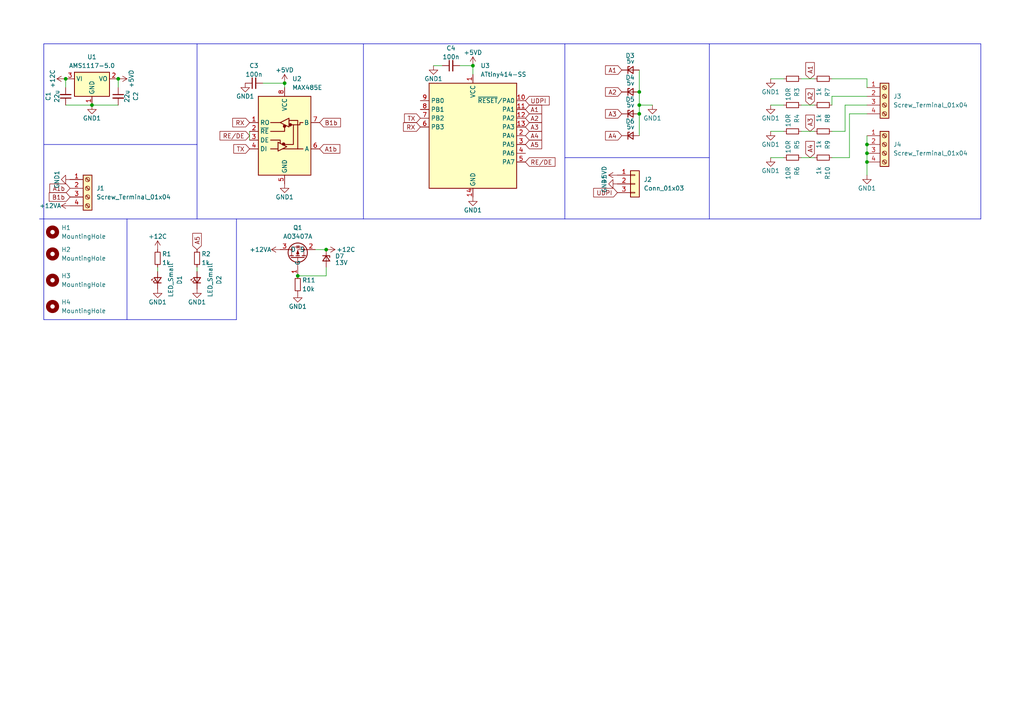
<source format=kicad_sch>
(kicad_sch (version 20230121) (generator eeschema)
  (paper "A4")
  (lib_symbols
    (symbol "AmojeSymbole:AO3407A"
      (property "Reference" "Q" (at 0 0 0))
      (property "Value" "AO3407A" (at 2.54 -1.905 0))
      (symbol "AO3407A_0_1"
        (circle (center -4.699 -4.445) (radius 2.794) (stroke (width 0.254)))
        (circle (center -3.81 -6.223) (radius 0.254) (fill (type outline)))
        (circle (center -3.81 -2.667) (radius 0.254) (fill (type outline)))
        (polyline (pts (xy -6.096 -4.445) (xy -8.89 -4.445)))
        (polyline (pts (xy -6.096 -2.54) (xy -6.096 -6.35)) (stroke (width 0.254)))
        (polyline (pts (xy -5.588 -5.715) (xy -5.588 -6.731)) (stroke (width 0.254)))
        (polyline (pts (xy -5.588 -3.937) (xy -5.588 -4.953)) (stroke (width 0.254)))
        (polyline (pts (xy -5.588 -2.159) (xy -5.588 -3.175)) (stroke (width 0.254)))
        (polyline (pts (xy -3.81 -1.905) (xy -3.81 -2.667)))
        (polyline (pts (xy -3.81 -6.985) (xy -3.81 -4.445) (xy -5.588 -4.445)))
        (polyline (pts (xy -5.588 -2.667) (xy -3.048 -2.667) (xy -3.048 -6.223) (xy -5.588 -6.223)))
        (polyline (pts (xy -4.064 -4.445) (xy -5.08 -4.064) (xy -5.08 -4.826) (xy -4.064 -4.445)) (fill (type outline)))
        (polyline (pts (xy -3.556 -4.953) (xy -3.429 -4.826) (xy -2.667 -4.826) (xy -2.54 -4.699)))
        (polyline (pts (xy -3.048 -4.826) (xy -3.429 -4.191) (xy -2.667 -4.191) (xy -3.048 -4.826)))
      )
      (symbol "AO3407A_1_1"
        (pin input line (at -11.43 -4.445 0) (length 2.54) (name "G") (number "1"))
        (pin passive line (at -3.81 -9.525 90) (length 2.54) (name "S") (number "2"))
        (pin passive line (at -3.81 0.635 270) (length 2.54) (name "D") (number "3"))
      )
    )
    (symbol "Connector:Screw_Terminal_01x04" (pin_names (offset 1.016) hide)
      (property "Reference" "J" (at 0 5.08 0))
      (property "Value" "Screw_Terminal_01x04" (at 0 -7.62 0))
      (symbol "Screw_Terminal_01x04_1_1"
        (rectangle (start -1.27 3.81) (end 1.27 -6.35) (stroke (width 0.254)) (fill (type background)))
        (circle (center 0 -5.08) (radius 0.635) (stroke (width 0.1524)))
        (circle (center 0 -2.54) (radius 0.635) (stroke (width 0.1524)))
        (polyline (pts (xy -0.5334 -4.7498) (xy 0.3302 -5.588)) (stroke (width 0.1524)))
        (polyline (pts (xy -0.5334 -2.2098) (xy 0.3302 -3.048)) (stroke (width 0.1524)))
        (polyline (pts (xy -0.5334 0.3302) (xy 0.3302 -0.508)) (stroke (width 0.1524)))
        (polyline (pts (xy -0.5334 2.8702) (xy 0.3302 2.032)) (stroke (width 0.1524)))
        (polyline (pts (xy -0.3556 -4.572) (xy 0.508 -5.4102)) (stroke (width 0.1524)))
        (polyline (pts (xy -0.3556 -2.032) (xy 0.508 -2.8702)) (stroke (width 0.1524)))
        (polyline (pts (xy -0.3556 0.508) (xy 0.508 -0.3302)) (stroke (width 0.1524)))
        (polyline (pts (xy -0.3556 3.048) (xy 0.508 2.2098)) (stroke (width 0.1524)))
        (circle (center 0 0) (radius 0.635) (stroke (width 0.1524)))
        (circle (center 0 2.54) (radius 0.635) (stroke (width 0.1524)))
        (pin passive line (at -5.08 2.54 0) (length 3.81) (name "Pin_1") (number "1"))
        (pin passive line (at -5.08 0 0) (length 3.81) (name "Pin_2") (number "2"))
        (pin passive line (at -5.08 -2.54 0) (length 3.81) (name "Pin_3") (number "3"))
        (pin passive line (at -5.08 -5.08 0) (length 3.81) (name "Pin_4") (number "4"))
      )
    )
    (symbol "Connector_Generic:Conn_01x03" (pin_names (offset 1.016) hide)
      (property "Reference" "J" (at 0 5.08 0))
      (property "Value" "Conn_01x03" (at 0 -5.08 0))
      (symbol "Conn_01x03_1_1"
        (rectangle (start -1.27 -2.413) (end 0 -2.667) (stroke (width 0.1524)))
        (rectangle (start -1.27 0.127) (end 0 -0.127) (stroke (width 0.1524)))
        (rectangle (start -1.27 2.667) (end 0 2.413) (stroke (width 0.1524)))
        (rectangle (start -1.27 3.81) (end 1.27 -3.81) (stroke (width 0.254)) (fill (type background)))
        (pin passive line (at -5.08 2.54 0) (length 3.81) (name "Pin_1") (number "1"))
        (pin passive line (at -5.08 0 0) (length 3.81) (name "Pin_2") (number "2"))
        (pin passive line (at -5.08 -2.54 0) (length 3.81) (name "Pin_3") (number "3"))
      )
    )
    (symbol "Device:C_Small" (pin_numbers hide) (pin_names (offset 0.254) hide)
      (property "Reference" "C" (at 0.254 1.778 0))
      (property "Value" "C_Small" (at 0.254 -2.032 0))
      (symbol "C_Small_0_1"
        (polyline (pts (xy -1.524 -0.508) (xy 1.524 -0.508)) (stroke (width 0.3302)))
        (polyline (pts (xy -1.524 0.508) (xy 1.524 0.508)) (stroke (width 0.3048)))
      )
      (symbol "C_Small_1_1"
        (pin passive line (at 0 2.54 270) (length 2.032) (name "~") (number "1"))
        (pin passive line (at 0 -2.54 90) (length 2.032) (name "~") (number "2"))
      )
    )
    (symbol "Device:D_Zener_Small" (pin_numbers hide) (pin_names (offset 0.254) hide)
      (property "Reference" "D" (at 0 2.286 0))
      (property "Value" "D_Zener_Small" (at 0 -2.286 0))
      (symbol "D_Zener_Small_0_1"
        (polyline (pts (xy 0.762 0) (xy -0.762 0)))
        (polyline (pts (xy -0.254 1.016) (xy -0.762 1.016) (xy -0.762 -1.016)) (stroke (width 0.254)))
        (polyline (pts (xy 0.762 1.016) (xy -0.762 0) (xy 0.762 -1.016) (xy 0.762 1.016)) (stroke (width 0.254)))
      )
      (symbol "D_Zener_Small_1_1"
        (pin passive line (at -2.54 0 0) (length 1.778) (name "K") (number "1"))
        (pin passive line (at 2.54 0 180) (length 1.778) (name "A") (number "2"))
      )
    )
    (symbol "Device:LED_Small" (pin_numbers hide) (pin_names (offset 0.254) hide)
      (property "Reference" "D" (at -1.27 3.175 0))
      (property "Value" "LED_Small" (at -4.445 -2.54 0))
      (symbol "LED_Small_0_1"
        (polyline (pts (xy -0.762 -1.016) (xy -0.762 1.016)) (stroke (width 0.254)))
        (polyline (pts (xy 1.016 0) (xy -0.762 0)))
        (polyline (pts (xy 0.762 -1.016) (xy -0.762 0) (xy 0.762 1.016) (xy 0.762 -1.016)) (stroke (width 0.254)))
        (polyline (pts (xy 0 0.762) (xy -0.508 1.27) (xy -0.254 1.27) (xy -0.508 1.27) (xy -0.508 1.016)))
        (polyline (pts (xy 0.508 1.27) (xy 0 1.778) (xy 0.254 1.778) (xy 0 1.778) (xy 0 1.524)))
      )
      (symbol "LED_Small_1_1"
        (pin passive line (at -2.54 0 0) (length 1.778) (name "K") (number "1"))
        (pin passive line (at 2.54 0 180) (length 1.778) (name "A") (number "2"))
      )
    )
    (symbol "Device:R_Small" (pin_numbers hide) (pin_names (offset 0.254) hide)
      (property "Reference" "R" (at 0.762 0.508 0))
      (property "Value" "R_Small" (at 0.762 -1.016 0))
      (symbol "R_Small_0_1"
        (rectangle (start -0.762 1.778) (end 0.762 -1.778) (stroke (width 0.2032)))
      )
      (symbol "R_Small_1_1"
        (pin passive line (at 0 2.54 270) (length 0.762) (name "~") (number "1"))
        (pin passive line (at 0 -2.54 90) (length 0.762) (name "~") (number "2"))
      )
    )
    (symbol "Interface_UART:MAX485E"
      (property "Reference" "U" (at -6.096 11.43 0))
      (property "Value" "MAX485E" (at 0.762 11.43 0))
      (symbol "MAX485E_0_1"
        (rectangle (start -7.62 10.16) (end 7.62 -12.7) (stroke (width 0.254)) (fill (type background)))
        (circle (center -0.3048 -3.683) (radius 0.3556) (stroke (width 0.254)) (fill (type outline)))
        (circle (center -0.0254 1.4986) (radius 0.3556) (stroke (width 0.254)) (fill (type outline)))
        (polyline (pts (xy -4.064 -5.08) (xy -1.905 -5.08)) (stroke (width 0.254)))
        (polyline (pts (xy -4.064 2.54) (xy -1.27 2.54)) (stroke (width 0.254)))
        (polyline (pts (xy -1.27 -3.2004) (xy -1.27 -3.4544)) (stroke (width 0.254)))
        (polyline (pts (xy -0.635 -5.08) (xy 5.334 -5.08)) (stroke (width 0.254)))
        (polyline (pts (xy -4.064 -2.54) (xy -1.27 -2.54) (xy -1.27 -3.175)) (stroke (width 0.254)))
        (polyline (pts (xy 0 1.27) (xy 0 0) (xy -4.064 0)) (stroke (width 0.254)))
        (polyline (pts (xy 1.27 3.175) (xy 3.81 3.175) (xy 3.81 -5.08)) (stroke (width 0.254)))
        (polyline (pts (xy 2.54 1.905) (xy 2.54 -3.81) (xy 0 -3.81)) (stroke (width 0.254)))
        (polyline (pts (xy -1.905 -3.175) (xy -1.905 -5.715) (xy 0.635 -4.445) (xy -1.905 -3.175)) (stroke (width 0.254)))
        (polyline (pts (xy -1.27 2.54) (xy 1.27 3.81) (xy 1.27 1.27) (xy -1.27 2.54)) (stroke (width 0.254)))
        (polyline (pts (xy 1.905 1.905) (xy 4.445 1.905) (xy 4.445 2.54) (xy 5.334 2.54)) (stroke (width 0.254)))
        (rectangle (start 1.27 3.175) (end 1.27 3.175))
        (circle (center 1.651 1.905) (radius 0.3556) (stroke (width 0.254)) (fill (type outline)))
      )
      (symbol "MAX485E_1_1"
        (pin output line (at -10.16 2.54 0) (length 2.54) (name "RO") (number "1"))
        (pin input line (at -10.16 0 0) (length 2.54) (name "~{RE}") (number "2"))
        (pin input line (at -10.16 -2.54 0) (length 2.54) (name "DE") (number "3"))
        (pin input line (at -10.16 -5.08 0) (length 2.54) (name "DI") (number "4"))
        (pin power_in line (at 0 -15.24 90) (length 2.54) (name "GND") (number "5"))
        (pin bidirectional line (at 10.16 -5.08 180) (length 2.54) (name "A") (number "6"))
        (pin bidirectional line (at 10.16 2.54 180) (length 2.54) (name "B") (number "7"))
        (pin power_in line (at 0 12.7 270) (length 2.54) (name "VCC") (number "8"))
      )
    )
    (symbol "MCU_Microchip_ATtiny:ATtiny414-SS"
      (property "Reference" "U" (at -12.7 16.51 0))
      (property "Value" "ATtiny414-SS" (at 2.54 -16.51 0))
      (symbol "ATtiny414-SS_0_1"
        (rectangle (start -12.7 -15.24) (end 12.7 15.24) (stroke (width 0.254)) (fill (type background)))
      )
      (symbol "ATtiny414-SS_1_1"
        (pin power_in line (at 0 17.78 270) (length 2.54) (name "VCC") (number "1"))
        (pin bidirectional line (at 15.24 10.16 180) (length 2.54) (name "~{RESET}/PA0") (number "10"))
        (pin bidirectional line (at 15.24 7.62 180) (length 2.54) (name "PA1") (number "11"))
        (pin bidirectional line (at 15.24 5.08 180) (length 2.54) (name "PA2") (number "12"))
        (pin bidirectional line (at 15.24 2.54 180) (length 2.54) (name "PA3") (number "13"))
        (pin power_in line (at 0 -17.78 90) (length 2.54) (name "GND") (number "14"))
        (pin bidirectional line (at 15.24 0 180) (length 2.54) (name "PA4") (number "2"))
        (pin bidirectional line (at 15.24 -2.54 180) (length 2.54) (name "PA5") (number "3"))
        (pin bidirectional line (at 15.24 -5.08 180) (length 2.54) (name "PA6") (number "4"))
        (pin bidirectional line (at 15.24 -7.62 180) (length 2.54) (name "PA7") (number "5"))
        (pin bidirectional line (at -15.24 2.54 0) (length 2.54) (name "PB3") (number "6"))
        (pin bidirectional line (at -15.24 5.08 0) (length 2.54) (name "PB2") (number "7"))
        (pin bidirectional line (at -15.24 7.62 0) (length 2.54) (name "PB1") (number "8"))
        (pin bidirectional line (at -15.24 10.16 0) (length 2.54) (name "PB0") (number "9"))
      )
    )
    (symbol "Mechanical:MountingHole" (pin_names (offset 1.016))
      (property "Reference" "H" (at 0 5.08 0))
      (property "Value" "MountingHole" (at 0 3.175 0))
      (symbol "MountingHole_0_1"
        (circle (center 0 0) (radius 1.27) (stroke (width 1.27)))
      )
    )
    (symbol "Regulator_Linear:AMS1117-5.0"
      (property "Reference" "U" (at -3.81 3.175 0))
      (property "Value" "AMS1117-5.0" (at 0 3.175 0))
      (symbol "AMS1117-5.0_0_1"
        (rectangle (start -5.08 -5.08) (end 5.08 1.905) (stroke (width 0.254)) (fill (type background)))
      )
      (symbol "AMS1117-5.0_1_1"
        (pin power_in line (at 0 -7.62 90) (length 2.54) (name "GND") (number "1"))
        (pin power_out line (at 7.62 0 180) (length 2.54) (name "VO") (number "2"))
        (pin power_in line (at -7.62 0 0) (length 2.54) (name "VI") (number "3"))
      )
    )
    (symbol "power:+12C" (power) (pin_names (offset 0))
      (property "Value" "+12C" (at 0 3.81 0))
      (symbol "+12C_0_1"
        (polyline (pts (xy -0.762 1.27) (xy 0 2.54)))
        (polyline (pts (xy 0 0) (xy 0 2.54)))
        (polyline (pts (xy 0 2.54) (xy 0.762 1.27)))
      )
      (symbol "+12C_1_1"
        (pin power_in line (at 0 0 90) (length 0) hide (name "+12C") (number "1"))
      )
    )
    (symbol "power:+12VA" (power) (pin_names (offset 0))
      (property "Value" "+12VA" (at 0 3.556 0))
      (symbol "+12VA_0_1"
        (polyline (pts (xy -0.762 1.27) (xy 0 2.54)))
        (polyline (pts (xy 0 0) (xy 0 2.54)))
        (polyline (pts (xy 0 2.54) (xy 0.762 1.27)))
      )
      (symbol "+12VA_1_1"
        (pin power_in line (at 0 0 90) (length 0) hide (name "+12VA") (number "1"))
      )
    )
    (symbol "power:+5VD" (power) (pin_names (offset 0))
      (property "Value" "+5VD" (at 0 3.556 0))
      (symbol "+5VD_0_1"
        (polyline (pts (xy -0.762 1.27) (xy 0 2.54)))
        (polyline (pts (xy 0 0) (xy 0 2.54)))
        (polyline (pts (xy 0 2.54) (xy 0.762 1.27)))
      )
      (symbol "+5VD_1_1"
        (pin power_in line (at 0 0 90) (length 0) hide (name "+5VD") (number "1"))
      )
    )
    (symbol "power:GND1" (power) (pin_names (offset 0))
      (property "Value" "GND1" (at 0 -3.81 0))
      (symbol "GND1_0_1"
        (polyline (pts (xy 0 0) (xy 0 -1.27) (xy 1.27 -1.27) (xy 0 -2.54) (xy -1.27 -1.27) (xy 0 -1.27)))
      )
      (symbol "GND1_1_1"
        (pin power_in line (at 0 0 270) (length 0) hide (name "GND1") (number "1"))
      )
    )
  )
  (junction (at 251.46 46.99))
  (junction (at 26.67 30.48))
  (junction (at 34.29 22.86))
  (junction (at 251.46 41.91))
  (junction (at 86.36 80.01))
  (junction (at 185.42 26.67))
  (junction (at 137.16 19.05))
  (junction (at 19.05 22.86))
  (junction (at 185.42 30.48))
  (junction (at 251.46 44.45))
  (junction (at 82.55 24.13))
  (junction (at 94.615 72.39))
  (junction (at 185.42 33.02))
  (wire (pts (xy 223.52 38.1) (xy 227.33 38.1)))
  (polyline (pts (xy 12.7 41.91) (xy 57.15 41.91)))
  (polyline (pts (xy 205.74 12.7) (xy 284.48 12.7)))
  (wire (pts (xy 251.46 22.86) (xy 251.46 25.4)))
  (wire (pts (xy 34.29 22.86) (xy 34.29 25.4)))
  (polyline (pts (xy 105.41 12.7) (xy 163.83 12.7)))
  (wire (pts (xy 241.3 22.86) (xy 251.46 22.86)))
  (wire (pts (xy 185.42 33.02) (xy 185.42 39.37)))
  (polyline (pts (xy 12.7 92.71) (xy 12.7 63.5)))
  (wire (pts (xy 241.3 45.72) (xy 246.38 45.72)))
  (polyline (pts (xy 68.58 63.5) (xy 68.58 92.71)))
  (polyline (pts (xy 205.74 12.7) (xy 205.74 63.5)))
  (wire (pts (xy 72.39 38.1) (xy 72.39 40.64)))
  (wire (pts (xy 245.11 38.1) (xy 245.11 30.48)))
  (wire (pts (xy 245.11 30.48) (xy 251.46 30.48)))
  (polyline (pts (xy 105.41 12.7) (xy 105.41 63.5)))
  (wire (pts (xy 251.46 41.91) (xy 251.46 44.45)))
  (wire (pts (xy 45.72 77.47) (xy 45.72 78.74)))
  (wire (pts (xy 137.16 19.05) (xy 137.16 21.59)))
  (wire (pts (xy 241.3 38.1) (xy 245.11 38.1)))
  (wire (pts (xy 185.42 30.48) (xy 185.42 33.02)))
  (wire (pts (xy 185.42 30.48) (xy 189.23 30.48)))
  (polyline (pts (xy 12.7 12.7) (xy 12.7 63.5)))
  (wire (pts (xy 76.2 24.13) (xy 82.55 24.13)))
  (polyline (pts (xy 11.43 63.5) (xy 284.48 63.5)))
  (wire (pts (xy 91.44 72.39) (xy 94.615 72.39)))
  (wire (pts (xy 232.41 30.48) (xy 236.22 30.48)))
  (wire (pts (xy 57.15 77.47) (xy 57.15 78.74)))
  (polyline (pts (xy 57.15 63.5) (xy 57.15 12.7)))
  (wire (pts (xy 128.27 19.05) (xy 125.73 19.05)))
  (wire (pts (xy 185.42 26.67) (xy 185.42 30.48)))
  (polyline (pts (xy 284.48 12.7) (xy 284.48 63.5)))
  (wire (pts (xy 223.52 22.86) (xy 227.33 22.86)))
  (wire (pts (xy 19.05 30.48) (xy 26.67 30.48)))
  (wire (pts (xy 19.05 22.86) (xy 19.05 25.4)))
  (wire (pts (xy 241.3 27.94) (xy 251.46 27.94)))
  (wire (pts (xy 246.38 45.72) (xy 246.38 33.02)))
  (wire (pts (xy 241.3 30.48) (xy 241.3 27.94)))
  (polyline (pts (xy 163.83 45.72) (xy 205.74 45.72)))
  (polyline (pts (xy 57.15 12.7) (xy 12.7 12.7)))
  (polyline (pts (xy 57.15 12.7) (xy 105.41 12.7)))
  (wire (pts (xy 94.615 77.47) (xy 94.615 80.01)))
  (wire (pts (xy 26.67 30.48) (xy 34.29 30.48)))
  (wire (pts (xy 223.52 30.48) (xy 227.33 30.48)))
  (wire (pts (xy 185.42 20.32) (xy 185.42 26.67)))
  (wire (pts (xy 232.41 38.1) (xy 236.22 38.1)))
  (wire (pts (xy 223.52 45.72) (xy 227.33 45.72)))
  (wire (pts (xy 82.55 24.13) (xy 82.55 25.4)))
  (polyline (pts (xy 163.83 12.7) (xy 205.74 12.7)))
  (polyline (pts (xy 36.83 63.5) (xy 36.83 92.71)))
  (polyline (pts (xy 68.58 92.71) (xy 12.7 92.71)))
  (wire (pts (xy 251.46 46.99) (xy 251.46 50.8)))
  (wire (pts (xy 251.46 44.45) (xy 251.46 46.99)))
  (wire (pts (xy 251.46 39.37) (xy 251.46 41.91)))
  (wire (pts (xy 133.35 19.05) (xy 137.16 19.05)))
  (wire (pts (xy 232.41 45.72) (xy 236.22 45.72)))
  (polyline (pts (xy 163.83 12.7) (xy 163.83 63.5)))
  (wire (pts (xy 232.41 22.86) (xy 236.22 22.86)))
  (wire (pts (xy 246.38 33.02) (xy 251.46 33.02)))
  (wire (pts (xy 86.36 80.01) (xy 94.615 80.01)))
  (global_label "RE{slash}DE" (shape input) (at 72.39 39.37 180) (property "Intersheetrefs" "${INTERSHEET_REFS}" (effects hide)))
  (global_label "A4" (shape input) (at 152.4 39.37 0) (property "Intersheetrefs" "${INTERSHEET_REFS}" (effects hide)))
  (global_label "TX" (shape input) (at 121.92 34.29 180) (property "Intersheetrefs" "${INTERSHEET_REFS}" (effects hide)))
  (global_label "A1" (shape input) (at 180.34 20.32 180) (property "Intersheetrefs" "${INTERSHEET_REFS}" (effects hide)))
  (global_label "TX" (shape input) (at 72.39 43.18 180) (property "Intersheetrefs" "${INTERSHEET_REFS}" (effects hide)))
  (global_label "RX" (shape input) (at 121.92 36.83 180) (property "Intersheetrefs" "${INTERSHEET_REFS}" (effects hide)))
  (global_label "UDPI" (shape input) (at 152.4 29.21 0) (property "Intersheetrefs" "${INTERSHEET_REFS}" (effects hide)))
  (global_label "A2" (shape input) (at 180.34 26.67 180) (property "Intersheetrefs" "${INTERSHEET_REFS}" (effects hide)))
  (global_label "A3" (shape input) (at 234.95 38.1 90) (property "Intersheetrefs" "${INTERSHEET_REFS}" (effects hide)))
  (global_label "A4" (shape input) (at 234.95 45.72 90) (property "Intersheetrefs" "${INTERSHEET_REFS}" (effects hide)))
  (global_label "A1b" (shape input) (at 92.71 43.18 0) (property "Intersheetrefs" "${INTERSHEET_REFS}" (effects hide)))
  (global_label "A1b" (shape input) (at 20.32 54.61 180) (property "Intersheetrefs" "${INTERSHEET_REFS}" (effects hide)))
  (global_label "B1b" (shape input) (at 92.71 35.56 0) (property "Intersheetrefs" "${INTERSHEET_REFS}" (effects hide)))
  (global_label "A5" (shape input) (at 152.4 41.91 0) (property "Intersheetrefs" "${INTERSHEET_REFS}" (effects hide)))
  (global_label "A2" (shape input) (at 152.4 34.29 0) (property "Intersheetrefs" "${INTERSHEET_REFS}" (effects hide)))
  (global_label "B1b" (shape input) (at 20.32 57.15 180) (property "Intersheetrefs" "${INTERSHEET_REFS}" (effects hide)))
  (global_label "A3" (shape input) (at 152.4 36.83 0) (property "Intersheetrefs" "${INTERSHEET_REFS}" (effects hide)))
  (global_label "RE{slash}DE" (shape input) (at 152.4 46.99 0) (property "Intersheetrefs" "${INTERSHEET_REFS}" (effects hide)))
  (global_label "RX" (shape input) (at 72.39 35.56 180) (property "Intersheetrefs" "${INTERSHEET_REFS}" (effects hide)))
  (global_label "A3" (shape input) (at 180.34 33.02 180) (property "Intersheetrefs" "${INTERSHEET_REFS}" (effects hide)))
  (global_label "A2" (shape input) (at 234.95 30.48 90) (property "Intersheetrefs" "${INTERSHEET_REFS}" (effects hide)))
  (global_label "A4" (shape input) (at 180.34 39.37 180) (property "Intersheetrefs" "${INTERSHEET_REFS}" (effects hide)))
  (global_label "UDPI" (shape input) (at 179.07 55.88 180) (property "Intersheetrefs" "${INTERSHEET_REFS}" (effects hide)))
  (global_label "A1" (shape input) (at 234.95 22.86 90) (property "Intersheetrefs" "${INTERSHEET_REFS}" (effects hide)))
  (global_label "A5" (shape input) (at 57.15 72.39 90) (property "Intersheetrefs" "${INTERSHEET_REFS}" (effects hide)))
  (global_label "A1" (shape input) (at 152.4 31.75 0) (property "Intersheetrefs" "${INTERSHEET_REFS}" (effects hide)))
  (symbol (lib_id "Device:R_Small") (at 238.76 45.72 270) (unit 1)
    (property "Reference" "R10" (at 240.03 48.26 0) (effects (justify left)))
    (property "Value" "1k" (at 237.49 48.26 0) (effects (justify left)))
    (property "Footprint" "Resistor_SMD:R_2512_6332Metric_Pad1.40x3.35mm_HandSolder" (effects hide))
  )
  (symbol (lib_id "Interface_UART:MAX485E") (at 82.55 38.1 0) (unit 1)
    (property "Reference" "U2" (at 84.7441 22.86 0) (effects (justify left)))
    (property "Value" "MAX485E" (at 84.7441 25.4 0) (effects (justify left)))
    (property "Footprint" "Package_SO:SO-8_3.9x4.9mm_P1.27mm" (effects hide))
    (property "Datasheet" "https://datasheets.maximintegrated.com/en/ds/MAX1487E-MAX491E.pdf" (effects hide))
  )
  (symbol (lib_id "power:+5VD") (at 137.16 19.05 0) (unit 1)
    (property "Reference" "#PWR013" (effects hide))
    (property "Value" "+5VD" (at 137.16 15.24 0))
  )
  (symbol (lib_id "power:GND1") (at 223.52 30.48 0) (unit 1)
    (property "Reference" "#PWR019" (effects hide))
    (property "Value" "GND1" (at 223.52 34.29 0))
  )
  (symbol (lib_id "Device:D_Zener_Small") (at 182.88 39.37 0) (unit 1)
    (property "Reference" "D6" (at 182.753 35.179 0))
    (property "Value" "5v" (at 182.88 36.83 0))
    (property "Footprint" "Diode_SMD:D_MiniMELF_Handsoldering" (effects hide))
  )
  (symbol (lib_id "Device:D_Zener_Small") (at 182.88 26.67 0) (unit 1)
    (property "Reference" "D4" (at 182.753 22.479 0))
    (property "Value" "5v" (at 182.88 24.13 0))
    (property "Footprint" "Diode_SMD:D_MiniMELF_Handsoldering" (effects hide))
  )
  (symbol (lib_id "power:+12C") (at 94.615 72.39 270) (unit 1)
    (property "Reference" "#PWR026" (effects hide))
    (property "Value" "+12C" (at 100.33 72.39 90))
  )
  (symbol (lib_id "Device:R_Small") (at 238.76 30.48 270) (unit 1)
    (property "Reference" "R8" (at 240.03 33.02 0) (effects (justify left)))
    (property "Value" "1k" (at 237.49 33.02 0) (effects (justify left)))
    (property "Footprint" "Resistor_SMD:R_2512_6332Metric_Pad1.40x3.35mm_HandSolder" (effects hide))
  )
  (symbol (lib_id "Device:R_Small") (at 238.76 22.86 270) (unit 1)
    (property "Reference" "R7" (at 240.03 25.4 0) (effects (justify left)))
    (property "Value" "1k" (at 237.49 25.4 0) (effects (justify left)))
    (property "Footprint" "Resistor_SMD:R_2512_6332Metric_Pad1.40x3.35mm_HandSolder" (effects hide))
  )
  (symbol (lib_id "power:GND1") (at 82.55 53.34 0) (unit 1)
    (property "Reference" "#PWR011" (effects hide))
    (property "Value" "GND1" (at 82.55 57.15 0))
  )
  (symbol (lib_id "power:+5VD") (at 179.07 50.8 90) (unit 1)
    (property "Reference" "#PWR015" (effects hide))
    (property "Value" "+5VD" (at 175.26 50.8 0))
  )
  (symbol (lib_id "Device:LED_Small") (at 57.15 81.28 90) (unit 1)
    (property "Reference" "D2" (at 63.5 81.2165 0))
    (property "Value" "LED_Small" (at 60.96 81.2165 0))
    (property "Footprint" "LED_SMD:LED_0805_2012Metric_Pad1.15x1.40mm_HandSolder" (effects hide))
  )
  (symbol (lib_id "Device:R_Small") (at 45.72 74.93 0) (unit 1)
    (property "Reference" "R1" (at 46.99 73.66 0) (effects (justify left)))
    (property "Value" "1k" (at 46.99 76.2 0) (effects (justify left)))
    (property "Footprint" "Resistor_SMD:R_0805_2012Metric_Pad1.20x1.40mm_HandSolder" (effects hide))
  )
  (symbol (lib_id "Connector:Screw_Terminal_01x04") (at 25.4 54.61 0) (unit 1)
    (property "Reference" "J1" (at 27.94 54.61 0) (effects (justify left)))
    (property "Value" "Screw_Terminal_01x04" (at 27.94 57.15 0) (effects (justify left)))
    (property "Footprint" "Connector_Phoenix_MC:PhoenixContact_MC_1,5_4-G-3.81_1x04_P3.81mm_Horizontal" (effects hide))
  )
  (symbol (lib_id "power:GND1") (at 223.52 22.86 0) (unit 1)
    (property "Reference" "#PWR018" (effects hide))
    (property "Value" "GND1" (at 223.52 26.67 0))
  )
  (symbol (lib_id "Device:R_Small") (at 86.36 82.55 0) (unit 1)
    (property "Reference" "R11" (at 87.63 81.28 0) (effects (justify left)))
    (property "Value" "10k" (at 87.63 83.82 0) (effects (justify left)))
    (property "Footprint" "Resistor_SMD:R_0805_2012Metric_Pad1.20x1.40mm_HandSolder" (effects hide))
  )
  (symbol (lib_id "Device:C_Small") (at 73.66 24.13 90) (unit 1)
    (property "Reference" "C3" (at 73.66 19.05 90))
    (property "Value" "100n" (at 73.66 21.59 90))
    (property "Footprint" "Capacitor_SMD:C_0805_2012Metric_Pad1.18x1.45mm_HandSolder" (effects hide))
  )
  (symbol (lib_id "Connector:Screw_Terminal_01x04") (at 256.54 27.94 0) (unit 1)
    (property "Reference" "J3" (at 259.08 27.94 0) (effects (justify left)))
    (property "Value" "Screw_Terminal_01x04" (at 259.08 30.48 0) (effects (justify left)))
    (property "Footprint" "TerminalBlock_RND:TerminalBlock_RND_205-00069_1x04_P7.50mm_Horizontal" (effects hide))
  )
  (symbol (lib_id "power:+5VD") (at 34.29 22.86 270) (unit 1)
    (property "Reference" "#PWR05" (effects hide))
    (property "Value" "+5VD" (at 38.1 22.86 0))
  )
  (symbol (lib_id "AmojeSymbole:AO3407A") (at 81.915 68.58 90) (unit 1)
    (property "Reference" "Q1" (at 86.36 66.04 90))
    (property "Value" "AO3407A" (at 86.36 68.58 90))
    (property "Footprint" "Package_TO_SOT_SMD:SOT-23-3" (effects hide))
  )
  (symbol (lib_id "power:GND1") (at 20.32 52.07 270) (unit 1)
    (property "Reference" "#PWR02" (effects hide))
    (property "Value" "GND1" (at 16.51 52.07 0))
  )
  (symbol (lib_id "Mechanical:MountingHole") (at 15.24 81.28 0) (unit 1)
    (property "Reference" "H3" (at 17.78 80.01 0) (effects (justify left)))
    (property "Value" "MountingHole" (at 17.78 82.55 0) (effects (justify left)))
    (property "Footprint" "MountingHole:MountingHole_3.2mm_M3_Pad_TopBottom" (effects hide))
  )
  (symbol (lib_id "Device:C_Small") (at 34.29 27.94 0) (unit 1)
    (property "Reference" "C2" (at 39.37 27.94 90))
    (property "Value" "22u" (at 36.83 27.94 90))
    (property "Footprint" "Capacitor_SMD:C_0805_2012Metric_Pad1.18x1.45mm_HandSolder" (effects hide))
  )
  (symbol (lib_id "Device:R_Small") (at 229.87 45.72 270) (unit 1)
    (property "Reference" "R6" (at 231.14 48.26 0) (effects (justify left)))
    (property "Value" "10R" (at 228.6 48.26 0) (effects (justify left)))
    (property "Footprint" "Resistor_SMD:R_2512_6332Metric_Pad1.40x3.35mm_HandSolder" (effects hide))
  )
  (symbol (lib_id "power:+12C") (at 19.05 22.86 90) (unit 1)
    (property "Reference" "#PWR01" (effects hide))
    (property "Value" "+12C" (at 15.24 22.86 0))
  )
  (symbol (lib_id "Mechanical:MountingHole") (at 15.24 67.31 0) (unit 1)
    (property "Reference" "H1" (at 17.78 66.04 0) (effects (justify left)))
    (property "Value" "MountingHole" (at 17.78 68.58 0) (effects (justify left)))
    (property "Footprint" "MountingHole:MountingHole_3.2mm_M3_Pad_TopBottom" (effects hide))
  )
  (symbol (lib_id "power:GND1") (at 57.15 83.82 0) (unit 1)
    (property "Reference" "#PWR08" (effects hide))
    (property "Value" "GND1" (at 57.15 87.63 0))
  )
  (symbol (lib_id "Device:R_Small") (at 229.87 30.48 270) (unit 1)
    (property "Reference" "R4" (at 231.14 33.02 0) (effects (justify left)))
    (property "Value" "10R" (at 228.6 33.02 0) (effects (justify left)))
    (property "Footprint" "Resistor_SMD:R_2512_6332Metric_Pad1.40x3.35mm_HandSolder" (effects hide))
  )
  (symbol (lib_id "Device:D_Zener_Small") (at 182.88 20.32 0) (unit 1)
    (property "Reference" "D3" (at 182.753 16.129 0))
    (property "Value" "5v" (at 182.88 17.78 0))
    (property "Footprint" "Diode_SMD:D_MiniMELF_Handsoldering" (effects hide))
  )
  (symbol (lib_id "Mechanical:MountingHole") (at 15.24 73.66 0) (unit 1)
    (property "Reference" "H2" (at 17.78 72.39 0) (effects (justify left)))
    (property "Value" "MountingHole" (at 17.78 74.93 0) (effects (justify left)))
    (property "Footprint" "MountingHole:MountingHole_3.2mm_M3_Pad_TopBottom" (effects hide))
  )
  (symbol (lib_id "power:GND1") (at 26.67 30.48 0) (unit 1)
    (property "Reference" "#PWR04" (effects hide))
    (property "Value" "GND1" (at 26.67 34.29 0))
  )
  (symbol (lib_id "power:GND1") (at 125.73 19.05 0) (unit 1)
    (property "Reference" "#PWR012" (effects hide))
    (property "Value" "GND1" (at 125.73 22.86 0))
  )
  (symbol (lib_id "power:GND1") (at 223.52 38.1 0) (unit 1)
    (property "Reference" "#PWR020" (effects hide))
    (property "Value" "GND1" (at 223.52 41.91 0))
  )
  (symbol (lib_id "power:GND1") (at 137.16 57.15 0) (unit 1)
    (property "Reference" "#PWR014" (effects hide))
    (property "Value" "GND1" (at 137.16 60.96 0))
  )
  (symbol (lib_id "power:GND1") (at 189.23 30.48 0) (unit 1)
    (property "Reference" "#PWR017" (effects hide))
    (property "Value" "GND1" (at 189.23 34.29 0))
  )
  (symbol (lib_id "Device:R_Small") (at 238.76 38.1 270) (unit 1)
    (property "Reference" "R9" (at 240.03 40.64 0) (effects (justify left)))
    (property "Value" "1k" (at 237.49 40.64 0) (effects (justify left)))
    (property "Footprint" "Resistor_SMD:R_2512_6332Metric_Pad1.40x3.35mm_HandSolder" (effects hide))
  )
  (symbol (lib_id "power:+12VA") (at 81.28 72.39 90) (unit 1)
    (property "Reference" "#PWR023" (effects hide))
    (property "Value" "+12VA" (at 78.74 72.39 90) (effects (justify left)))
  )
  (symbol (lib_id "power:+12VA") (at 20.32 59.69 90) (unit 1)
    (property "Reference" "#PWR03" (effects hide))
    (property "Value" "+12VA" (at 17.78 59.69 90) (effects (justify left)))
  )
  (symbol (lib_id "power:GND1") (at 223.52 45.72 0) (unit 1)
    (property "Reference" "#PWR021" (effects hide))
    (property "Value" "GND1" (at 223.52 49.53 0))
  )
  (symbol (lib_id "Mechanical:MountingHole") (at 15.24 88.9 0) (unit 1)
    (property "Reference" "H4" (at 17.78 87.63 0) (effects (justify left)))
    (property "Value" "MountingHole" (at 17.78 90.17 0) (effects (justify left)))
    (property "Footprint" "MountingHole:MountingHole_3.2mm_M3_Pad_TopBottom" (effects hide))
  )
  (symbol (lib_id "power:GND1") (at 71.12 24.13 0) (unit 1)
    (property "Reference" "#PWR09" (effects hide))
    (property "Value" "GND1" (at 71.12 27.94 0))
  )
  (symbol (lib_id "Device:D_Zener_Small") (at 94.615 74.93 270) (unit 1)
    (property "Reference" "D7" (at 97.155 74.295 90) (effects (justify left)))
    (property "Value" "13V" (at 97.155 76.2 90) (effects (justify left)))
    (property "Footprint" "Diode_SMD:D_SOD-323_HandSoldering" (effects hide))
  )
  (symbol (lib_id "power:GND1") (at 179.07 53.34 270) (unit 1)
    (property "Reference" "#PWR016" (effects hide))
    (property "Value" "GND1" (at 175.26 53.34 0))
  )
  (symbol (lib_id "power:GND1") (at 45.72 83.82 0) (unit 1)
    (property "Reference" "#PWR07" (effects hide))
    (property "Value" "GND1" (at 45.72 87.63 0))
  )
  (symbol (lib_id "Device:R_Small") (at 229.87 22.86 270) (unit 1)
    (property "Reference" "R3" (at 231.14 25.4 0) (effects (justify left)))
    (property "Value" "10R" (at 228.6 25.4 0) (effects (justify left)))
    (property "Footprint" "Resistor_SMD:R_2512_6332Metric_Pad1.40x3.35mm_HandSolder" (effects hide))
  )
  (symbol (lib_id "power:+12C") (at 45.72 72.39 0) (unit 1)
    (property "Reference" "#PWR06" (effects hide))
    (property "Value" "+12C" (at 45.72 68.58 0))
  )
  (symbol (lib_id "Device:C_Small") (at 19.05 27.94 180) (unit 1)
    (property "Reference" "C1" (at 13.97 27.94 90))
    (property "Value" "22u" (at 16.51 27.94 90))
    (property "Footprint" "Capacitor_SMD:C_0805_2012Metric_Pad1.18x1.45mm_HandSolder" (effects hide))
  )
  (symbol (lib_id "Device:C_Small") (at 130.81 19.05 90) (unit 1)
    (property "Reference" "C4" (at 130.81 13.97 90))
    (property "Value" "100n" (at 130.81 16.51 90))
    (property "Footprint" "Capacitor_SMD:C_0805_2012Metric_Pad1.18x1.45mm_HandSolder" (effects hide))
  )
  (symbol (lib_id "Connector_Generic:Conn_01x03") (at 184.15 53.34 0) (unit 1)
    (property "Reference" "J2" (at 186.69 52.07 0) (effects (justify left)))
    (property "Value" "Conn_01x03" (at 186.69 54.61 0) (effects (justify left)))
    (property "Footprint" "Connector_PinHeader_2.54mm:PinHeader_1x03_P2.54mm_Vertical" (effects hide))
  )
  (symbol (lib_id "power:GND1") (at 251.46 50.8 0) (unit 1)
    (property "Reference" "#PWR022" (effects hide))
    (property "Value" "GND1" (at 251.46 54.61 0))
  )
  (symbol (lib_id "Device:LED_Small") (at 45.72 81.28 90) (unit 1)
    (property "Reference" "D1" (at 52.07 81.2165 0))
    (property "Value" "LED_Small" (at 49.53 81.2165 0))
    (property "Footprint" "LED_SMD:LED_0805_2012Metric_Pad1.15x1.40mm_HandSolder" (effects hide))
  )
  (symbol (lib_id "Connector:Screw_Terminal_01x04") (at 256.54 41.91 0) (unit 1)
    (property "Reference" "J4" (at 259.08 41.91 0) (effects (justify left)))
    (property "Value" "Screw_Terminal_01x04" (at 259.08 44.45 0) (effects (justify left)))
    (property "Footprint" "TerminalBlock_RND:TerminalBlock_RND_205-00069_1x04_P7.50mm_Horizontal" (effects hide))
  )
  (symbol (lib_id "power:GND1") (at 86.36 85.09 0) (unit 1)
    (property "Reference" "#PWR025" (effects hide))
    (property "Value" "GND1" (at 86.36 88.9 0))
  )
  (symbol (lib_id "Device:R_Small") (at 229.87 38.1 270) (unit 1)
    (property "Reference" "R5" (at 231.14 40.64 0) (effects (justify left)))
    (property "Value" "10R" (at 228.6 40.64 0) (effects (justify left)))
    (property "Footprint" "Resistor_SMD:R_2512_6332Metric_Pad1.40x3.35mm_HandSolder" (effects hide))
  )
  (symbol (lib_id "Device:R_Small") (at 57.15 74.93 0) (unit 1)
    (property "Reference" "R2" (at 58.42 73.66 0) (effects (justify left)))
    (property "Value" "1k" (at 58.42 76.2 0) (effects (justify left)))
    (property "Footprint" "Resistor_SMD:R_0805_2012Metric_Pad1.20x1.40mm_HandSolder" (effects hide))
  )
  (symbol (lib_id "power:+5VD") (at 82.55 24.13 0) (unit 1)
    (property "Reference" "#PWR010" (effects hide))
    (property "Value" "+5VD" (at 82.55 20.32 0))
  )
  (symbol (lib_id "Device:D_Zener_Small") (at 182.88 33.02 0) (unit 1)
    (property "Reference" "D5" (at 182.753 28.829 0))
    (property "Value" "5v" (at 182.88 30.48 0))
    (property "Footprint" "Diode_SMD:D_MiniMELF_Handsoldering" (effects hide))
  )
  (symbol (lib_id "Regulator_Linear:AMS1117-5.0") (at 26.67 22.86 0) (unit 1)
    (property "Reference" "U1" (at 26.67 16.51 0))
    (property "Value" "AMS1117-5.0" (at 26.67 19.05 0))
    (property "Footprint" "Package_TO_SOT_SMD:SOT-223-3_TabPin2" (effects hide))
    (property "Datasheet" "http://www.advanced-monolithic.com/pdf/ds1117.pdf" (effects hide))
  )
  (symbol (lib_id "MCU_Microchip_ATtiny:ATtiny414-SS") (at 137.16 39.37 0) (unit 1)
    (property "Reference" "U3" (at 139.3541 19.05 0) (effects (justify left)))
    (property "Value" "ATtiny414-SS" (at 139.3541 21.59 0) (effects (justify left)))
    (property "Footprint" "Package_SO:SOIC-14_3.9x8.7mm_P1.27mm" (effects hide))
    (property "Datasheet" "http://ww1.microchip.com/downloads/en/DeviceDoc/40001912A.pdf" (effects hide))
  )
)
</source>
